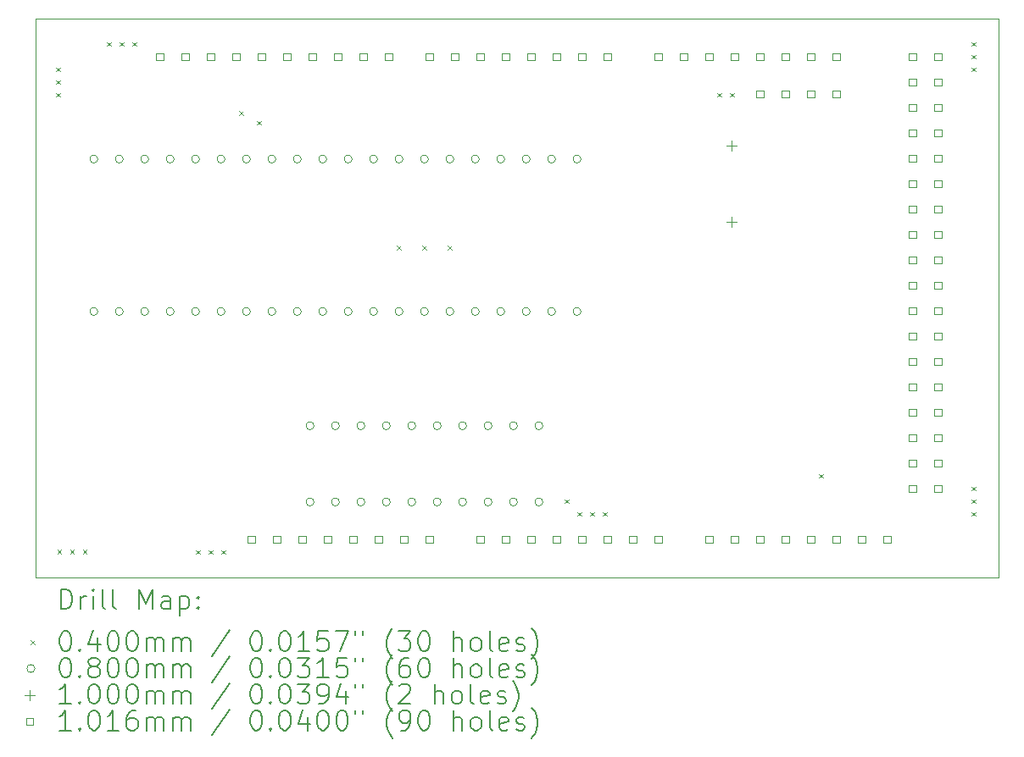
<source format=gbr>
%TF.GenerationSoftware,KiCad,Pcbnew,(6.0.7)*%
%TF.CreationDate,2024-05-09T09:54:02-04:00*%
%TF.ProjectId,ard8088,61726438-3038-4382-9e6b-696361645f70,1.1*%
%TF.SameCoordinates,Original*%
%TF.FileFunction,Drillmap*%
%TF.FilePolarity,Positive*%
%FSLAX45Y45*%
G04 Gerber Fmt 4.5, Leading zero omitted, Abs format (unit mm)*
G04 Created by KiCad (PCBNEW (6.0.7)) date 2024-05-09 09:54:02*
%MOMM*%
%LPD*%
G01*
G04 APERTURE LIST*
%ADD10C,0.100000*%
%ADD11C,0.200000*%
%ADD12C,0.040000*%
%ADD13C,0.080000*%
%ADD14C,0.101600*%
G04 APERTURE END LIST*
D10*
X19177000Y-11811000D02*
X9553546Y-11811000D01*
X9553546Y-6223000D01*
X19177000Y-6223000D01*
X19177000Y-11811000D01*
D11*
D12*
X9759000Y-6711000D02*
X9799000Y-6751000D01*
X9799000Y-6711000D02*
X9759000Y-6751000D01*
X9759000Y-6838000D02*
X9799000Y-6878000D01*
X9799000Y-6838000D02*
X9759000Y-6878000D01*
X9759000Y-6965000D02*
X9799000Y-7005000D01*
X9799000Y-6965000D02*
X9759000Y-7005000D01*
X9772780Y-11533032D02*
X9812780Y-11573032D01*
X9812780Y-11533032D02*
X9772780Y-11573032D01*
X9899780Y-11533032D02*
X9939780Y-11573032D01*
X9939780Y-11533032D02*
X9899780Y-11573032D01*
X10026780Y-11533032D02*
X10066780Y-11573032D01*
X10066780Y-11533032D02*
X10026780Y-11573032D01*
X10267000Y-6457000D02*
X10307000Y-6497000D01*
X10307000Y-6457000D02*
X10267000Y-6497000D01*
X10394000Y-6457000D02*
X10434000Y-6497000D01*
X10434000Y-6457000D02*
X10394000Y-6497000D01*
X10521000Y-6457000D02*
X10561000Y-6497000D01*
X10561000Y-6457000D02*
X10521000Y-6497000D01*
X11156000Y-11537000D02*
X11196000Y-11577000D01*
X11196000Y-11537000D02*
X11156000Y-11577000D01*
X11283000Y-11537000D02*
X11323000Y-11577000D01*
X11323000Y-11537000D02*
X11283000Y-11577000D01*
X11410000Y-11537000D02*
X11450000Y-11577000D01*
X11450000Y-11537000D02*
X11410000Y-11577000D01*
X11591257Y-7143085D02*
X11631257Y-7183085D01*
X11631257Y-7143085D02*
X11591257Y-7183085D01*
X11767400Y-7242600D02*
X11807400Y-7282600D01*
X11807400Y-7242600D02*
X11767400Y-7282600D01*
X13164400Y-8495000D02*
X13204400Y-8535000D01*
X13204400Y-8495000D02*
X13164400Y-8535000D01*
X13418400Y-8495000D02*
X13458400Y-8535000D01*
X13458400Y-8495000D02*
X13418400Y-8535000D01*
X13672400Y-8495000D02*
X13712400Y-8535000D01*
X13712400Y-8495000D02*
X13672400Y-8535000D01*
X14839000Y-11029000D02*
X14879000Y-11069000D01*
X14879000Y-11029000D02*
X14839000Y-11069000D01*
X14966000Y-11156000D02*
X15006000Y-11196000D01*
X15006000Y-11156000D02*
X14966000Y-11196000D01*
X15093000Y-11156000D02*
X15133000Y-11196000D01*
X15133000Y-11156000D02*
X15093000Y-11196000D01*
X15220000Y-11156000D02*
X15260000Y-11196000D01*
X15260000Y-11156000D02*
X15220000Y-11196000D01*
X16363000Y-6965000D02*
X16403000Y-7005000D01*
X16403000Y-6965000D02*
X16363000Y-7005000D01*
X16490000Y-6965000D02*
X16530000Y-7005000D01*
X16530000Y-6965000D02*
X16490000Y-7005000D01*
X17379000Y-10775000D02*
X17419000Y-10815000D01*
X17419000Y-10775000D02*
X17379000Y-10815000D01*
X18903000Y-6457000D02*
X18943000Y-6497000D01*
X18943000Y-6457000D02*
X18903000Y-6497000D01*
X18903000Y-6584000D02*
X18943000Y-6624000D01*
X18943000Y-6584000D02*
X18903000Y-6624000D01*
X18903000Y-6711000D02*
X18943000Y-6751000D01*
X18943000Y-6711000D02*
X18903000Y-6751000D01*
X18903000Y-10902000D02*
X18943000Y-10942000D01*
X18943000Y-10902000D02*
X18903000Y-10942000D01*
X18903000Y-11029000D02*
X18943000Y-11069000D01*
X18943000Y-11029000D02*
X18903000Y-11069000D01*
X18903000Y-11156000D02*
X18943000Y-11196000D01*
X18943000Y-11156000D02*
X18903000Y-11196000D01*
D13*
X10176900Y-7626500D02*
G75*
G03*
X10176900Y-7626500I-40000J0D01*
G01*
X10176900Y-9150500D02*
G75*
G03*
X10176900Y-9150500I-40000J0D01*
G01*
X10430900Y-7626500D02*
G75*
G03*
X10430900Y-7626500I-40000J0D01*
G01*
X10430900Y-9150500D02*
G75*
G03*
X10430900Y-9150500I-40000J0D01*
G01*
X10684900Y-7626500D02*
G75*
G03*
X10684900Y-7626500I-40000J0D01*
G01*
X10684900Y-9150500D02*
G75*
G03*
X10684900Y-9150500I-40000J0D01*
G01*
X10938900Y-7626500D02*
G75*
G03*
X10938900Y-7626500I-40000J0D01*
G01*
X10938900Y-9150500D02*
G75*
G03*
X10938900Y-9150500I-40000J0D01*
G01*
X11192900Y-7626500D02*
G75*
G03*
X11192900Y-7626500I-40000J0D01*
G01*
X11192900Y-9150500D02*
G75*
G03*
X11192900Y-9150500I-40000J0D01*
G01*
X11446900Y-7626500D02*
G75*
G03*
X11446900Y-7626500I-40000J0D01*
G01*
X11446900Y-9150500D02*
G75*
G03*
X11446900Y-9150500I-40000J0D01*
G01*
X11700900Y-7626500D02*
G75*
G03*
X11700900Y-7626500I-40000J0D01*
G01*
X11700900Y-9150500D02*
G75*
G03*
X11700900Y-9150500I-40000J0D01*
G01*
X11954900Y-7626500D02*
G75*
G03*
X11954900Y-7626500I-40000J0D01*
G01*
X11954900Y-9150500D02*
G75*
G03*
X11954900Y-9150500I-40000J0D01*
G01*
X12208900Y-7626500D02*
G75*
G03*
X12208900Y-7626500I-40000J0D01*
G01*
X12208900Y-9150500D02*
G75*
G03*
X12208900Y-9150500I-40000J0D01*
G01*
X12335900Y-10292000D02*
G75*
G03*
X12335900Y-10292000I-40000J0D01*
G01*
X12335900Y-11054000D02*
G75*
G03*
X12335900Y-11054000I-40000J0D01*
G01*
X12462900Y-7626500D02*
G75*
G03*
X12462900Y-7626500I-40000J0D01*
G01*
X12462900Y-9150500D02*
G75*
G03*
X12462900Y-9150500I-40000J0D01*
G01*
X12589900Y-10292000D02*
G75*
G03*
X12589900Y-10292000I-40000J0D01*
G01*
X12589900Y-11054000D02*
G75*
G03*
X12589900Y-11054000I-40000J0D01*
G01*
X12716900Y-7626500D02*
G75*
G03*
X12716900Y-7626500I-40000J0D01*
G01*
X12716900Y-9150500D02*
G75*
G03*
X12716900Y-9150500I-40000J0D01*
G01*
X12843900Y-10292000D02*
G75*
G03*
X12843900Y-10292000I-40000J0D01*
G01*
X12843900Y-11054000D02*
G75*
G03*
X12843900Y-11054000I-40000J0D01*
G01*
X12970900Y-7626500D02*
G75*
G03*
X12970900Y-7626500I-40000J0D01*
G01*
X12970900Y-9150500D02*
G75*
G03*
X12970900Y-9150500I-40000J0D01*
G01*
X13097900Y-10292000D02*
G75*
G03*
X13097900Y-10292000I-40000J0D01*
G01*
X13097900Y-11054000D02*
G75*
G03*
X13097900Y-11054000I-40000J0D01*
G01*
X13224900Y-7626500D02*
G75*
G03*
X13224900Y-7626500I-40000J0D01*
G01*
X13224900Y-9150500D02*
G75*
G03*
X13224900Y-9150500I-40000J0D01*
G01*
X13351900Y-10292000D02*
G75*
G03*
X13351900Y-10292000I-40000J0D01*
G01*
X13351900Y-11054000D02*
G75*
G03*
X13351900Y-11054000I-40000J0D01*
G01*
X13478900Y-7626500D02*
G75*
G03*
X13478900Y-7626500I-40000J0D01*
G01*
X13478900Y-9150500D02*
G75*
G03*
X13478900Y-9150500I-40000J0D01*
G01*
X13605900Y-10292000D02*
G75*
G03*
X13605900Y-10292000I-40000J0D01*
G01*
X13605900Y-11054000D02*
G75*
G03*
X13605900Y-11054000I-40000J0D01*
G01*
X13732900Y-7626500D02*
G75*
G03*
X13732900Y-7626500I-40000J0D01*
G01*
X13732900Y-9150500D02*
G75*
G03*
X13732900Y-9150500I-40000J0D01*
G01*
X13859900Y-10292000D02*
G75*
G03*
X13859900Y-10292000I-40000J0D01*
G01*
X13859900Y-11054000D02*
G75*
G03*
X13859900Y-11054000I-40000J0D01*
G01*
X13986900Y-7626500D02*
G75*
G03*
X13986900Y-7626500I-40000J0D01*
G01*
X13986900Y-9150500D02*
G75*
G03*
X13986900Y-9150500I-40000J0D01*
G01*
X14113900Y-10292000D02*
G75*
G03*
X14113900Y-10292000I-40000J0D01*
G01*
X14113900Y-11054000D02*
G75*
G03*
X14113900Y-11054000I-40000J0D01*
G01*
X14240900Y-7626500D02*
G75*
G03*
X14240900Y-7626500I-40000J0D01*
G01*
X14240900Y-9150500D02*
G75*
G03*
X14240900Y-9150500I-40000J0D01*
G01*
X14367900Y-10292000D02*
G75*
G03*
X14367900Y-10292000I-40000J0D01*
G01*
X14367900Y-11054000D02*
G75*
G03*
X14367900Y-11054000I-40000J0D01*
G01*
X14494900Y-7626500D02*
G75*
G03*
X14494900Y-7626500I-40000J0D01*
G01*
X14494900Y-9150500D02*
G75*
G03*
X14494900Y-9150500I-40000J0D01*
G01*
X14621900Y-10292000D02*
G75*
G03*
X14621900Y-10292000I-40000J0D01*
G01*
X14621900Y-11054000D02*
G75*
G03*
X14621900Y-11054000I-40000J0D01*
G01*
X14748900Y-7626500D02*
G75*
G03*
X14748900Y-7626500I-40000J0D01*
G01*
X14748900Y-9150500D02*
G75*
G03*
X14748900Y-9150500I-40000J0D01*
G01*
X15002900Y-7626500D02*
G75*
G03*
X15002900Y-7626500I-40000J0D01*
G01*
X15002900Y-9150500D02*
G75*
G03*
X15002900Y-9150500I-40000J0D01*
G01*
D10*
X16510000Y-7443000D02*
X16510000Y-7543000D01*
X16460000Y-7493000D02*
X16560000Y-7493000D01*
X16510000Y-8203000D02*
X16510000Y-8303000D01*
X16460000Y-8253000D02*
X16560000Y-8253000D01*
D14*
X10830921Y-6639921D02*
X10830921Y-6568079D01*
X10759079Y-6568079D01*
X10759079Y-6639921D01*
X10830921Y-6639921D01*
X11084921Y-6639921D02*
X11084921Y-6568079D01*
X11013079Y-6568079D01*
X11013079Y-6639921D01*
X11084921Y-6639921D01*
X11338921Y-6639921D02*
X11338921Y-6568079D01*
X11267079Y-6568079D01*
X11267079Y-6639921D01*
X11338921Y-6639921D01*
X11592921Y-6639921D02*
X11592921Y-6568079D01*
X11521079Y-6568079D01*
X11521079Y-6639921D01*
X11592921Y-6639921D01*
X11745321Y-11465921D02*
X11745321Y-11394079D01*
X11673479Y-11394079D01*
X11673479Y-11465921D01*
X11745321Y-11465921D01*
X11846921Y-6639921D02*
X11846921Y-6568079D01*
X11775079Y-6568079D01*
X11775079Y-6639921D01*
X11846921Y-6639921D01*
X11999321Y-11465921D02*
X11999321Y-11394079D01*
X11927479Y-11394079D01*
X11927479Y-11465921D01*
X11999321Y-11465921D01*
X12100921Y-6639921D02*
X12100921Y-6568079D01*
X12029079Y-6568079D01*
X12029079Y-6639921D01*
X12100921Y-6639921D01*
X12253321Y-11465921D02*
X12253321Y-11394079D01*
X12181479Y-11394079D01*
X12181479Y-11465921D01*
X12253321Y-11465921D01*
X12354921Y-6639921D02*
X12354921Y-6568079D01*
X12283079Y-6568079D01*
X12283079Y-6639921D01*
X12354921Y-6639921D01*
X12507321Y-11465921D02*
X12507321Y-11394079D01*
X12435479Y-11394079D01*
X12435479Y-11465921D01*
X12507321Y-11465921D01*
X12608921Y-6639921D02*
X12608921Y-6568079D01*
X12537079Y-6568079D01*
X12537079Y-6639921D01*
X12608921Y-6639921D01*
X12761321Y-11465921D02*
X12761321Y-11394079D01*
X12689479Y-11394079D01*
X12689479Y-11465921D01*
X12761321Y-11465921D01*
X12862921Y-6639921D02*
X12862921Y-6568079D01*
X12791079Y-6568079D01*
X12791079Y-6639921D01*
X12862921Y-6639921D01*
X13015321Y-11465921D02*
X13015321Y-11394079D01*
X12943479Y-11394079D01*
X12943479Y-11465921D01*
X13015321Y-11465921D01*
X13116921Y-6639921D02*
X13116921Y-6568079D01*
X13045079Y-6568079D01*
X13045079Y-6639921D01*
X13116921Y-6639921D01*
X13269321Y-11465921D02*
X13269321Y-11394079D01*
X13197479Y-11394079D01*
X13197479Y-11465921D01*
X13269321Y-11465921D01*
X13523321Y-6639921D02*
X13523321Y-6568079D01*
X13451479Y-6568079D01*
X13451479Y-6639921D01*
X13523321Y-6639921D01*
X13523321Y-11465921D02*
X13523321Y-11394079D01*
X13451479Y-11394079D01*
X13451479Y-11465921D01*
X13523321Y-11465921D01*
X13777321Y-6639921D02*
X13777321Y-6568079D01*
X13705479Y-6568079D01*
X13705479Y-6639921D01*
X13777321Y-6639921D01*
X14031321Y-6639921D02*
X14031321Y-6568079D01*
X13959479Y-6568079D01*
X13959479Y-6639921D01*
X14031321Y-6639921D01*
X14031321Y-11465921D02*
X14031321Y-11394079D01*
X13959479Y-11394079D01*
X13959479Y-11465921D01*
X14031321Y-11465921D01*
X14285321Y-6639921D02*
X14285321Y-6568079D01*
X14213479Y-6568079D01*
X14213479Y-6639921D01*
X14285321Y-6639921D01*
X14285321Y-11465921D02*
X14285321Y-11394079D01*
X14213479Y-11394079D01*
X14213479Y-11465921D01*
X14285321Y-11465921D01*
X14539321Y-6639921D02*
X14539321Y-6568079D01*
X14467479Y-6568079D01*
X14467479Y-6639921D01*
X14539321Y-6639921D01*
X14539321Y-11465921D02*
X14539321Y-11394079D01*
X14467479Y-11394079D01*
X14467479Y-11465921D01*
X14539321Y-11465921D01*
X14793321Y-6639921D02*
X14793321Y-6568079D01*
X14721479Y-6568079D01*
X14721479Y-6639921D01*
X14793321Y-6639921D01*
X14793321Y-11465921D02*
X14793321Y-11394079D01*
X14721479Y-11394079D01*
X14721479Y-11465921D01*
X14793321Y-11465921D01*
X15047321Y-6639921D02*
X15047321Y-6568079D01*
X14975479Y-6568079D01*
X14975479Y-6639921D01*
X15047321Y-6639921D01*
X15047321Y-11465921D02*
X15047321Y-11394079D01*
X14975479Y-11394079D01*
X14975479Y-11465921D01*
X15047321Y-11465921D01*
X15301321Y-6639921D02*
X15301321Y-6568079D01*
X15229479Y-6568079D01*
X15229479Y-6639921D01*
X15301321Y-6639921D01*
X15301321Y-11465921D02*
X15301321Y-11394079D01*
X15229479Y-11394079D01*
X15229479Y-11465921D01*
X15301321Y-11465921D01*
X15555321Y-11465921D02*
X15555321Y-11394079D01*
X15483479Y-11394079D01*
X15483479Y-11465921D01*
X15555321Y-11465921D01*
X15809321Y-6639921D02*
X15809321Y-6568079D01*
X15737479Y-6568079D01*
X15737479Y-6639921D01*
X15809321Y-6639921D01*
X15809321Y-11465921D02*
X15809321Y-11394079D01*
X15737479Y-11394079D01*
X15737479Y-11465921D01*
X15809321Y-11465921D01*
X16063321Y-6639921D02*
X16063321Y-6568079D01*
X15991479Y-6568079D01*
X15991479Y-6639921D01*
X16063321Y-6639921D01*
X16317321Y-6639921D02*
X16317321Y-6568079D01*
X16245479Y-6568079D01*
X16245479Y-6639921D01*
X16317321Y-6639921D01*
X16317321Y-11465921D02*
X16317321Y-11394079D01*
X16245479Y-11394079D01*
X16245479Y-11465921D01*
X16317321Y-11465921D01*
X16571321Y-6639921D02*
X16571321Y-6568079D01*
X16499479Y-6568079D01*
X16499479Y-6639921D01*
X16571321Y-6639921D01*
X16571321Y-11465921D02*
X16571321Y-11394079D01*
X16499479Y-11394079D01*
X16499479Y-11465921D01*
X16571321Y-11465921D01*
X16825321Y-6639921D02*
X16825321Y-6568079D01*
X16753479Y-6568079D01*
X16753479Y-6639921D01*
X16825321Y-6639921D01*
X16825321Y-7012844D02*
X16825321Y-6941001D01*
X16753479Y-6941001D01*
X16753479Y-7012844D01*
X16825321Y-7012844D01*
X16825321Y-11465921D02*
X16825321Y-11394079D01*
X16753479Y-11394079D01*
X16753479Y-11465921D01*
X16825321Y-11465921D01*
X17079321Y-6639921D02*
X17079321Y-6568079D01*
X17007479Y-6568079D01*
X17007479Y-6639921D01*
X17079321Y-6639921D01*
X17079321Y-7012844D02*
X17079321Y-6941001D01*
X17007479Y-6941001D01*
X17007479Y-7012844D01*
X17079321Y-7012844D01*
X17079321Y-11465921D02*
X17079321Y-11394079D01*
X17007479Y-11394079D01*
X17007479Y-11465921D01*
X17079321Y-11465921D01*
X17333321Y-6639921D02*
X17333321Y-6568079D01*
X17261479Y-6568079D01*
X17261479Y-6639921D01*
X17333321Y-6639921D01*
X17333321Y-7012844D02*
X17333321Y-6941001D01*
X17261479Y-6941001D01*
X17261479Y-7012844D01*
X17333321Y-7012844D01*
X17333321Y-11465921D02*
X17333321Y-11394079D01*
X17261479Y-11394079D01*
X17261479Y-11465921D01*
X17333321Y-11465921D01*
X17587321Y-6639921D02*
X17587321Y-6568079D01*
X17515479Y-6568079D01*
X17515479Y-6639921D01*
X17587321Y-6639921D01*
X17587321Y-7012844D02*
X17587321Y-6941001D01*
X17515479Y-6941001D01*
X17515479Y-7012844D01*
X17587321Y-7012844D01*
X17587321Y-11465921D02*
X17587321Y-11394079D01*
X17515479Y-11394079D01*
X17515479Y-11465921D01*
X17587321Y-11465921D01*
X17841321Y-11465921D02*
X17841321Y-11394079D01*
X17769479Y-11394079D01*
X17769479Y-11465921D01*
X17841321Y-11465921D01*
X18095321Y-11465921D02*
X18095321Y-11394079D01*
X18023479Y-11394079D01*
X18023479Y-11465921D01*
X18095321Y-11465921D01*
X18349321Y-6639921D02*
X18349321Y-6568079D01*
X18277479Y-6568079D01*
X18277479Y-6639921D01*
X18349321Y-6639921D01*
X18349321Y-6893921D02*
X18349321Y-6822079D01*
X18277479Y-6822079D01*
X18277479Y-6893921D01*
X18349321Y-6893921D01*
X18349321Y-7147921D02*
X18349321Y-7076079D01*
X18277479Y-7076079D01*
X18277479Y-7147921D01*
X18349321Y-7147921D01*
X18349321Y-7401921D02*
X18349321Y-7330079D01*
X18277479Y-7330079D01*
X18277479Y-7401921D01*
X18349321Y-7401921D01*
X18349321Y-7655921D02*
X18349321Y-7584079D01*
X18277479Y-7584079D01*
X18277479Y-7655921D01*
X18349321Y-7655921D01*
X18349321Y-7909921D02*
X18349321Y-7838079D01*
X18277479Y-7838079D01*
X18277479Y-7909921D01*
X18349321Y-7909921D01*
X18349321Y-8163921D02*
X18349321Y-8092079D01*
X18277479Y-8092079D01*
X18277479Y-8163921D01*
X18349321Y-8163921D01*
X18349321Y-8417921D02*
X18349321Y-8346079D01*
X18277479Y-8346079D01*
X18277479Y-8417921D01*
X18349321Y-8417921D01*
X18349321Y-8671921D02*
X18349321Y-8600079D01*
X18277479Y-8600079D01*
X18277479Y-8671921D01*
X18349321Y-8671921D01*
X18349321Y-8925921D02*
X18349321Y-8854079D01*
X18277479Y-8854079D01*
X18277479Y-8925921D01*
X18349321Y-8925921D01*
X18349321Y-9179921D02*
X18349321Y-9108079D01*
X18277479Y-9108079D01*
X18277479Y-9179921D01*
X18349321Y-9179921D01*
X18349321Y-9433921D02*
X18349321Y-9362079D01*
X18277479Y-9362079D01*
X18277479Y-9433921D01*
X18349321Y-9433921D01*
X18349321Y-9687921D02*
X18349321Y-9616079D01*
X18277479Y-9616079D01*
X18277479Y-9687921D01*
X18349321Y-9687921D01*
X18349321Y-9941921D02*
X18349321Y-9870079D01*
X18277479Y-9870079D01*
X18277479Y-9941921D01*
X18349321Y-9941921D01*
X18349321Y-10195921D02*
X18349321Y-10124079D01*
X18277479Y-10124079D01*
X18277479Y-10195921D01*
X18349321Y-10195921D01*
X18349321Y-10449921D02*
X18349321Y-10378079D01*
X18277479Y-10378079D01*
X18277479Y-10449921D01*
X18349321Y-10449921D01*
X18349321Y-10703921D02*
X18349321Y-10632079D01*
X18277479Y-10632079D01*
X18277479Y-10703921D01*
X18349321Y-10703921D01*
X18349321Y-10957921D02*
X18349321Y-10886079D01*
X18277479Y-10886079D01*
X18277479Y-10957921D01*
X18349321Y-10957921D01*
X18603321Y-6639921D02*
X18603321Y-6568079D01*
X18531479Y-6568079D01*
X18531479Y-6639921D01*
X18603321Y-6639921D01*
X18603321Y-6893921D02*
X18603321Y-6822079D01*
X18531479Y-6822079D01*
X18531479Y-6893921D01*
X18603321Y-6893921D01*
X18603321Y-7147921D02*
X18603321Y-7076079D01*
X18531479Y-7076079D01*
X18531479Y-7147921D01*
X18603321Y-7147921D01*
X18603321Y-7401921D02*
X18603321Y-7330079D01*
X18531479Y-7330079D01*
X18531479Y-7401921D01*
X18603321Y-7401921D01*
X18603321Y-7655921D02*
X18603321Y-7584079D01*
X18531479Y-7584079D01*
X18531479Y-7655921D01*
X18603321Y-7655921D01*
X18603321Y-7909921D02*
X18603321Y-7838079D01*
X18531479Y-7838079D01*
X18531479Y-7909921D01*
X18603321Y-7909921D01*
X18603321Y-8163921D02*
X18603321Y-8092079D01*
X18531479Y-8092079D01*
X18531479Y-8163921D01*
X18603321Y-8163921D01*
X18603321Y-8417921D02*
X18603321Y-8346079D01*
X18531479Y-8346079D01*
X18531479Y-8417921D01*
X18603321Y-8417921D01*
X18603321Y-8671921D02*
X18603321Y-8600079D01*
X18531479Y-8600079D01*
X18531479Y-8671921D01*
X18603321Y-8671921D01*
X18603321Y-8925921D02*
X18603321Y-8854079D01*
X18531479Y-8854079D01*
X18531479Y-8925921D01*
X18603321Y-8925921D01*
X18603321Y-9179921D02*
X18603321Y-9108079D01*
X18531479Y-9108079D01*
X18531479Y-9179921D01*
X18603321Y-9179921D01*
X18603321Y-9433921D02*
X18603321Y-9362079D01*
X18531479Y-9362079D01*
X18531479Y-9433921D01*
X18603321Y-9433921D01*
X18603321Y-9687921D02*
X18603321Y-9616079D01*
X18531479Y-9616079D01*
X18531479Y-9687921D01*
X18603321Y-9687921D01*
X18603321Y-9941921D02*
X18603321Y-9870079D01*
X18531479Y-9870079D01*
X18531479Y-9941921D01*
X18603321Y-9941921D01*
X18603321Y-10195921D02*
X18603321Y-10124079D01*
X18531479Y-10124079D01*
X18531479Y-10195921D01*
X18603321Y-10195921D01*
X18603321Y-10449921D02*
X18603321Y-10378079D01*
X18531479Y-10378079D01*
X18531479Y-10449921D01*
X18603321Y-10449921D01*
X18603321Y-10703921D02*
X18603321Y-10632079D01*
X18531479Y-10632079D01*
X18531479Y-10703921D01*
X18603321Y-10703921D01*
X18603321Y-10957921D02*
X18603321Y-10886079D01*
X18531479Y-10886079D01*
X18531479Y-10957921D01*
X18603321Y-10957921D01*
D11*
X9806165Y-12126476D02*
X9806165Y-11926476D01*
X9853784Y-11926476D01*
X9882355Y-11936000D01*
X9901403Y-11955048D01*
X9910927Y-11974095D01*
X9920450Y-12012190D01*
X9920450Y-12040762D01*
X9910927Y-12078857D01*
X9901403Y-12097905D01*
X9882355Y-12116952D01*
X9853784Y-12126476D01*
X9806165Y-12126476D01*
X10006165Y-12126476D02*
X10006165Y-11993143D01*
X10006165Y-12031238D02*
X10015688Y-12012190D01*
X10025212Y-12002667D01*
X10044260Y-11993143D01*
X10063308Y-11993143D01*
X10129974Y-12126476D02*
X10129974Y-11993143D01*
X10129974Y-11926476D02*
X10120450Y-11936000D01*
X10129974Y-11945524D01*
X10139498Y-11936000D01*
X10129974Y-11926476D01*
X10129974Y-11945524D01*
X10253784Y-12126476D02*
X10234736Y-12116952D01*
X10225212Y-12097905D01*
X10225212Y-11926476D01*
X10358546Y-12126476D02*
X10339498Y-12116952D01*
X10329974Y-12097905D01*
X10329974Y-11926476D01*
X10587117Y-12126476D02*
X10587117Y-11926476D01*
X10653784Y-12069333D01*
X10720450Y-11926476D01*
X10720450Y-12126476D01*
X10901403Y-12126476D02*
X10901403Y-12021714D01*
X10891879Y-12002667D01*
X10872831Y-11993143D01*
X10834736Y-11993143D01*
X10815688Y-12002667D01*
X10901403Y-12116952D02*
X10882355Y-12126476D01*
X10834736Y-12126476D01*
X10815688Y-12116952D01*
X10806165Y-12097905D01*
X10806165Y-12078857D01*
X10815688Y-12059809D01*
X10834736Y-12050286D01*
X10882355Y-12050286D01*
X10901403Y-12040762D01*
X10996641Y-11993143D02*
X10996641Y-12193143D01*
X10996641Y-12002667D02*
X11015688Y-11993143D01*
X11053784Y-11993143D01*
X11072831Y-12002667D01*
X11082355Y-12012190D01*
X11091879Y-12031238D01*
X11091879Y-12088381D01*
X11082355Y-12107428D01*
X11072831Y-12116952D01*
X11053784Y-12126476D01*
X11015688Y-12126476D01*
X10996641Y-12116952D01*
X11177593Y-12107428D02*
X11187117Y-12116952D01*
X11177593Y-12126476D01*
X11168069Y-12116952D01*
X11177593Y-12107428D01*
X11177593Y-12126476D01*
X11177593Y-12002667D02*
X11187117Y-12012190D01*
X11177593Y-12021714D01*
X11168069Y-12012190D01*
X11177593Y-12002667D01*
X11177593Y-12021714D01*
D12*
X9508546Y-12436000D02*
X9548546Y-12476000D01*
X9548546Y-12436000D02*
X9508546Y-12476000D01*
D11*
X9844260Y-12346476D02*
X9863308Y-12346476D01*
X9882355Y-12356000D01*
X9891879Y-12365524D01*
X9901403Y-12384571D01*
X9910927Y-12422667D01*
X9910927Y-12470286D01*
X9901403Y-12508381D01*
X9891879Y-12527428D01*
X9882355Y-12536952D01*
X9863308Y-12546476D01*
X9844260Y-12546476D01*
X9825212Y-12536952D01*
X9815688Y-12527428D01*
X9806165Y-12508381D01*
X9796641Y-12470286D01*
X9796641Y-12422667D01*
X9806165Y-12384571D01*
X9815688Y-12365524D01*
X9825212Y-12356000D01*
X9844260Y-12346476D01*
X9996641Y-12527428D02*
X10006165Y-12536952D01*
X9996641Y-12546476D01*
X9987117Y-12536952D01*
X9996641Y-12527428D01*
X9996641Y-12546476D01*
X10177593Y-12413143D02*
X10177593Y-12546476D01*
X10129974Y-12336952D02*
X10082355Y-12479809D01*
X10206165Y-12479809D01*
X10320450Y-12346476D02*
X10339498Y-12346476D01*
X10358546Y-12356000D01*
X10368069Y-12365524D01*
X10377593Y-12384571D01*
X10387117Y-12422667D01*
X10387117Y-12470286D01*
X10377593Y-12508381D01*
X10368069Y-12527428D01*
X10358546Y-12536952D01*
X10339498Y-12546476D01*
X10320450Y-12546476D01*
X10301403Y-12536952D01*
X10291879Y-12527428D01*
X10282355Y-12508381D01*
X10272831Y-12470286D01*
X10272831Y-12422667D01*
X10282355Y-12384571D01*
X10291879Y-12365524D01*
X10301403Y-12356000D01*
X10320450Y-12346476D01*
X10510927Y-12346476D02*
X10529974Y-12346476D01*
X10549022Y-12356000D01*
X10558546Y-12365524D01*
X10568069Y-12384571D01*
X10577593Y-12422667D01*
X10577593Y-12470286D01*
X10568069Y-12508381D01*
X10558546Y-12527428D01*
X10549022Y-12536952D01*
X10529974Y-12546476D01*
X10510927Y-12546476D01*
X10491879Y-12536952D01*
X10482355Y-12527428D01*
X10472831Y-12508381D01*
X10463308Y-12470286D01*
X10463308Y-12422667D01*
X10472831Y-12384571D01*
X10482355Y-12365524D01*
X10491879Y-12356000D01*
X10510927Y-12346476D01*
X10663308Y-12546476D02*
X10663308Y-12413143D01*
X10663308Y-12432190D02*
X10672831Y-12422667D01*
X10691879Y-12413143D01*
X10720450Y-12413143D01*
X10739498Y-12422667D01*
X10749022Y-12441714D01*
X10749022Y-12546476D01*
X10749022Y-12441714D02*
X10758546Y-12422667D01*
X10777593Y-12413143D01*
X10806165Y-12413143D01*
X10825212Y-12422667D01*
X10834736Y-12441714D01*
X10834736Y-12546476D01*
X10929974Y-12546476D02*
X10929974Y-12413143D01*
X10929974Y-12432190D02*
X10939498Y-12422667D01*
X10958546Y-12413143D01*
X10987117Y-12413143D01*
X11006165Y-12422667D01*
X11015688Y-12441714D01*
X11015688Y-12546476D01*
X11015688Y-12441714D02*
X11025212Y-12422667D01*
X11044260Y-12413143D01*
X11072831Y-12413143D01*
X11091879Y-12422667D01*
X11101403Y-12441714D01*
X11101403Y-12546476D01*
X11491879Y-12336952D02*
X11320450Y-12594095D01*
X11749022Y-12346476D02*
X11768069Y-12346476D01*
X11787117Y-12356000D01*
X11796641Y-12365524D01*
X11806165Y-12384571D01*
X11815688Y-12422667D01*
X11815688Y-12470286D01*
X11806165Y-12508381D01*
X11796641Y-12527428D01*
X11787117Y-12536952D01*
X11768069Y-12546476D01*
X11749022Y-12546476D01*
X11729974Y-12536952D01*
X11720450Y-12527428D01*
X11710926Y-12508381D01*
X11701403Y-12470286D01*
X11701403Y-12422667D01*
X11710926Y-12384571D01*
X11720450Y-12365524D01*
X11729974Y-12356000D01*
X11749022Y-12346476D01*
X11901403Y-12527428D02*
X11910926Y-12536952D01*
X11901403Y-12546476D01*
X11891879Y-12536952D01*
X11901403Y-12527428D01*
X11901403Y-12546476D01*
X12034736Y-12346476D02*
X12053784Y-12346476D01*
X12072831Y-12356000D01*
X12082355Y-12365524D01*
X12091879Y-12384571D01*
X12101403Y-12422667D01*
X12101403Y-12470286D01*
X12091879Y-12508381D01*
X12082355Y-12527428D01*
X12072831Y-12536952D01*
X12053784Y-12546476D01*
X12034736Y-12546476D01*
X12015688Y-12536952D01*
X12006165Y-12527428D01*
X11996641Y-12508381D01*
X11987117Y-12470286D01*
X11987117Y-12422667D01*
X11996641Y-12384571D01*
X12006165Y-12365524D01*
X12015688Y-12356000D01*
X12034736Y-12346476D01*
X12291879Y-12546476D02*
X12177593Y-12546476D01*
X12234736Y-12546476D02*
X12234736Y-12346476D01*
X12215688Y-12375048D01*
X12196641Y-12394095D01*
X12177593Y-12403619D01*
X12472831Y-12346476D02*
X12377593Y-12346476D01*
X12368069Y-12441714D01*
X12377593Y-12432190D01*
X12396641Y-12422667D01*
X12444260Y-12422667D01*
X12463307Y-12432190D01*
X12472831Y-12441714D01*
X12482355Y-12460762D01*
X12482355Y-12508381D01*
X12472831Y-12527428D01*
X12463307Y-12536952D01*
X12444260Y-12546476D01*
X12396641Y-12546476D01*
X12377593Y-12536952D01*
X12368069Y-12527428D01*
X12549022Y-12346476D02*
X12682355Y-12346476D01*
X12596641Y-12546476D01*
X12749022Y-12346476D02*
X12749022Y-12384571D01*
X12825212Y-12346476D02*
X12825212Y-12384571D01*
X13120450Y-12622667D02*
X13110926Y-12613143D01*
X13091879Y-12584571D01*
X13082355Y-12565524D01*
X13072831Y-12536952D01*
X13063307Y-12489333D01*
X13063307Y-12451238D01*
X13072831Y-12403619D01*
X13082355Y-12375048D01*
X13091879Y-12356000D01*
X13110926Y-12327428D01*
X13120450Y-12317905D01*
X13177593Y-12346476D02*
X13301403Y-12346476D01*
X13234736Y-12422667D01*
X13263307Y-12422667D01*
X13282355Y-12432190D01*
X13291879Y-12441714D01*
X13301403Y-12460762D01*
X13301403Y-12508381D01*
X13291879Y-12527428D01*
X13282355Y-12536952D01*
X13263307Y-12546476D01*
X13206165Y-12546476D01*
X13187117Y-12536952D01*
X13177593Y-12527428D01*
X13425212Y-12346476D02*
X13444260Y-12346476D01*
X13463307Y-12356000D01*
X13472831Y-12365524D01*
X13482355Y-12384571D01*
X13491879Y-12422667D01*
X13491879Y-12470286D01*
X13482355Y-12508381D01*
X13472831Y-12527428D01*
X13463307Y-12536952D01*
X13444260Y-12546476D01*
X13425212Y-12546476D01*
X13406165Y-12536952D01*
X13396641Y-12527428D01*
X13387117Y-12508381D01*
X13377593Y-12470286D01*
X13377593Y-12422667D01*
X13387117Y-12384571D01*
X13396641Y-12365524D01*
X13406165Y-12356000D01*
X13425212Y-12346476D01*
X13729974Y-12546476D02*
X13729974Y-12346476D01*
X13815688Y-12546476D02*
X13815688Y-12441714D01*
X13806165Y-12422667D01*
X13787117Y-12413143D01*
X13758545Y-12413143D01*
X13739498Y-12422667D01*
X13729974Y-12432190D01*
X13939498Y-12546476D02*
X13920450Y-12536952D01*
X13910926Y-12527428D01*
X13901403Y-12508381D01*
X13901403Y-12451238D01*
X13910926Y-12432190D01*
X13920450Y-12422667D01*
X13939498Y-12413143D01*
X13968069Y-12413143D01*
X13987117Y-12422667D01*
X13996641Y-12432190D01*
X14006165Y-12451238D01*
X14006165Y-12508381D01*
X13996641Y-12527428D01*
X13987117Y-12536952D01*
X13968069Y-12546476D01*
X13939498Y-12546476D01*
X14120450Y-12546476D02*
X14101403Y-12536952D01*
X14091879Y-12517905D01*
X14091879Y-12346476D01*
X14272831Y-12536952D02*
X14253784Y-12546476D01*
X14215688Y-12546476D01*
X14196641Y-12536952D01*
X14187117Y-12517905D01*
X14187117Y-12441714D01*
X14196641Y-12422667D01*
X14215688Y-12413143D01*
X14253784Y-12413143D01*
X14272831Y-12422667D01*
X14282355Y-12441714D01*
X14282355Y-12460762D01*
X14187117Y-12479809D01*
X14358545Y-12536952D02*
X14377593Y-12546476D01*
X14415688Y-12546476D01*
X14434736Y-12536952D01*
X14444260Y-12517905D01*
X14444260Y-12508381D01*
X14434736Y-12489333D01*
X14415688Y-12479809D01*
X14387117Y-12479809D01*
X14368069Y-12470286D01*
X14358545Y-12451238D01*
X14358545Y-12441714D01*
X14368069Y-12422667D01*
X14387117Y-12413143D01*
X14415688Y-12413143D01*
X14434736Y-12422667D01*
X14510926Y-12622667D02*
X14520450Y-12613143D01*
X14539498Y-12584571D01*
X14549022Y-12565524D01*
X14558545Y-12536952D01*
X14568069Y-12489333D01*
X14568069Y-12451238D01*
X14558545Y-12403619D01*
X14549022Y-12375048D01*
X14539498Y-12356000D01*
X14520450Y-12327428D01*
X14510926Y-12317905D01*
D13*
X9548546Y-12720000D02*
G75*
G03*
X9548546Y-12720000I-40000J0D01*
G01*
D11*
X9844260Y-12610476D02*
X9863308Y-12610476D01*
X9882355Y-12620000D01*
X9891879Y-12629524D01*
X9901403Y-12648571D01*
X9910927Y-12686667D01*
X9910927Y-12734286D01*
X9901403Y-12772381D01*
X9891879Y-12791428D01*
X9882355Y-12800952D01*
X9863308Y-12810476D01*
X9844260Y-12810476D01*
X9825212Y-12800952D01*
X9815688Y-12791428D01*
X9806165Y-12772381D01*
X9796641Y-12734286D01*
X9796641Y-12686667D01*
X9806165Y-12648571D01*
X9815688Y-12629524D01*
X9825212Y-12620000D01*
X9844260Y-12610476D01*
X9996641Y-12791428D02*
X10006165Y-12800952D01*
X9996641Y-12810476D01*
X9987117Y-12800952D01*
X9996641Y-12791428D01*
X9996641Y-12810476D01*
X10120450Y-12696190D02*
X10101403Y-12686667D01*
X10091879Y-12677143D01*
X10082355Y-12658095D01*
X10082355Y-12648571D01*
X10091879Y-12629524D01*
X10101403Y-12620000D01*
X10120450Y-12610476D01*
X10158546Y-12610476D01*
X10177593Y-12620000D01*
X10187117Y-12629524D01*
X10196641Y-12648571D01*
X10196641Y-12658095D01*
X10187117Y-12677143D01*
X10177593Y-12686667D01*
X10158546Y-12696190D01*
X10120450Y-12696190D01*
X10101403Y-12705714D01*
X10091879Y-12715238D01*
X10082355Y-12734286D01*
X10082355Y-12772381D01*
X10091879Y-12791428D01*
X10101403Y-12800952D01*
X10120450Y-12810476D01*
X10158546Y-12810476D01*
X10177593Y-12800952D01*
X10187117Y-12791428D01*
X10196641Y-12772381D01*
X10196641Y-12734286D01*
X10187117Y-12715238D01*
X10177593Y-12705714D01*
X10158546Y-12696190D01*
X10320450Y-12610476D02*
X10339498Y-12610476D01*
X10358546Y-12620000D01*
X10368069Y-12629524D01*
X10377593Y-12648571D01*
X10387117Y-12686667D01*
X10387117Y-12734286D01*
X10377593Y-12772381D01*
X10368069Y-12791428D01*
X10358546Y-12800952D01*
X10339498Y-12810476D01*
X10320450Y-12810476D01*
X10301403Y-12800952D01*
X10291879Y-12791428D01*
X10282355Y-12772381D01*
X10272831Y-12734286D01*
X10272831Y-12686667D01*
X10282355Y-12648571D01*
X10291879Y-12629524D01*
X10301403Y-12620000D01*
X10320450Y-12610476D01*
X10510927Y-12610476D02*
X10529974Y-12610476D01*
X10549022Y-12620000D01*
X10558546Y-12629524D01*
X10568069Y-12648571D01*
X10577593Y-12686667D01*
X10577593Y-12734286D01*
X10568069Y-12772381D01*
X10558546Y-12791428D01*
X10549022Y-12800952D01*
X10529974Y-12810476D01*
X10510927Y-12810476D01*
X10491879Y-12800952D01*
X10482355Y-12791428D01*
X10472831Y-12772381D01*
X10463308Y-12734286D01*
X10463308Y-12686667D01*
X10472831Y-12648571D01*
X10482355Y-12629524D01*
X10491879Y-12620000D01*
X10510927Y-12610476D01*
X10663308Y-12810476D02*
X10663308Y-12677143D01*
X10663308Y-12696190D02*
X10672831Y-12686667D01*
X10691879Y-12677143D01*
X10720450Y-12677143D01*
X10739498Y-12686667D01*
X10749022Y-12705714D01*
X10749022Y-12810476D01*
X10749022Y-12705714D02*
X10758546Y-12686667D01*
X10777593Y-12677143D01*
X10806165Y-12677143D01*
X10825212Y-12686667D01*
X10834736Y-12705714D01*
X10834736Y-12810476D01*
X10929974Y-12810476D02*
X10929974Y-12677143D01*
X10929974Y-12696190D02*
X10939498Y-12686667D01*
X10958546Y-12677143D01*
X10987117Y-12677143D01*
X11006165Y-12686667D01*
X11015688Y-12705714D01*
X11015688Y-12810476D01*
X11015688Y-12705714D02*
X11025212Y-12686667D01*
X11044260Y-12677143D01*
X11072831Y-12677143D01*
X11091879Y-12686667D01*
X11101403Y-12705714D01*
X11101403Y-12810476D01*
X11491879Y-12600952D02*
X11320450Y-12858095D01*
X11749022Y-12610476D02*
X11768069Y-12610476D01*
X11787117Y-12620000D01*
X11796641Y-12629524D01*
X11806165Y-12648571D01*
X11815688Y-12686667D01*
X11815688Y-12734286D01*
X11806165Y-12772381D01*
X11796641Y-12791428D01*
X11787117Y-12800952D01*
X11768069Y-12810476D01*
X11749022Y-12810476D01*
X11729974Y-12800952D01*
X11720450Y-12791428D01*
X11710926Y-12772381D01*
X11701403Y-12734286D01*
X11701403Y-12686667D01*
X11710926Y-12648571D01*
X11720450Y-12629524D01*
X11729974Y-12620000D01*
X11749022Y-12610476D01*
X11901403Y-12791428D02*
X11910926Y-12800952D01*
X11901403Y-12810476D01*
X11891879Y-12800952D01*
X11901403Y-12791428D01*
X11901403Y-12810476D01*
X12034736Y-12610476D02*
X12053784Y-12610476D01*
X12072831Y-12620000D01*
X12082355Y-12629524D01*
X12091879Y-12648571D01*
X12101403Y-12686667D01*
X12101403Y-12734286D01*
X12091879Y-12772381D01*
X12082355Y-12791428D01*
X12072831Y-12800952D01*
X12053784Y-12810476D01*
X12034736Y-12810476D01*
X12015688Y-12800952D01*
X12006165Y-12791428D01*
X11996641Y-12772381D01*
X11987117Y-12734286D01*
X11987117Y-12686667D01*
X11996641Y-12648571D01*
X12006165Y-12629524D01*
X12015688Y-12620000D01*
X12034736Y-12610476D01*
X12168069Y-12610476D02*
X12291879Y-12610476D01*
X12225212Y-12686667D01*
X12253784Y-12686667D01*
X12272831Y-12696190D01*
X12282355Y-12705714D01*
X12291879Y-12724762D01*
X12291879Y-12772381D01*
X12282355Y-12791428D01*
X12272831Y-12800952D01*
X12253784Y-12810476D01*
X12196641Y-12810476D01*
X12177593Y-12800952D01*
X12168069Y-12791428D01*
X12482355Y-12810476D02*
X12368069Y-12810476D01*
X12425212Y-12810476D02*
X12425212Y-12610476D01*
X12406165Y-12639048D01*
X12387117Y-12658095D01*
X12368069Y-12667619D01*
X12663307Y-12610476D02*
X12568069Y-12610476D01*
X12558545Y-12705714D01*
X12568069Y-12696190D01*
X12587117Y-12686667D01*
X12634736Y-12686667D01*
X12653784Y-12696190D01*
X12663307Y-12705714D01*
X12672831Y-12724762D01*
X12672831Y-12772381D01*
X12663307Y-12791428D01*
X12653784Y-12800952D01*
X12634736Y-12810476D01*
X12587117Y-12810476D01*
X12568069Y-12800952D01*
X12558545Y-12791428D01*
X12749022Y-12610476D02*
X12749022Y-12648571D01*
X12825212Y-12610476D02*
X12825212Y-12648571D01*
X13120450Y-12886667D02*
X13110926Y-12877143D01*
X13091879Y-12848571D01*
X13082355Y-12829524D01*
X13072831Y-12800952D01*
X13063307Y-12753333D01*
X13063307Y-12715238D01*
X13072831Y-12667619D01*
X13082355Y-12639048D01*
X13091879Y-12620000D01*
X13110926Y-12591428D01*
X13120450Y-12581905D01*
X13282355Y-12610476D02*
X13244260Y-12610476D01*
X13225212Y-12620000D01*
X13215688Y-12629524D01*
X13196641Y-12658095D01*
X13187117Y-12696190D01*
X13187117Y-12772381D01*
X13196641Y-12791428D01*
X13206165Y-12800952D01*
X13225212Y-12810476D01*
X13263307Y-12810476D01*
X13282355Y-12800952D01*
X13291879Y-12791428D01*
X13301403Y-12772381D01*
X13301403Y-12724762D01*
X13291879Y-12705714D01*
X13282355Y-12696190D01*
X13263307Y-12686667D01*
X13225212Y-12686667D01*
X13206165Y-12696190D01*
X13196641Y-12705714D01*
X13187117Y-12724762D01*
X13425212Y-12610476D02*
X13444260Y-12610476D01*
X13463307Y-12620000D01*
X13472831Y-12629524D01*
X13482355Y-12648571D01*
X13491879Y-12686667D01*
X13491879Y-12734286D01*
X13482355Y-12772381D01*
X13472831Y-12791428D01*
X13463307Y-12800952D01*
X13444260Y-12810476D01*
X13425212Y-12810476D01*
X13406165Y-12800952D01*
X13396641Y-12791428D01*
X13387117Y-12772381D01*
X13377593Y-12734286D01*
X13377593Y-12686667D01*
X13387117Y-12648571D01*
X13396641Y-12629524D01*
X13406165Y-12620000D01*
X13425212Y-12610476D01*
X13729974Y-12810476D02*
X13729974Y-12610476D01*
X13815688Y-12810476D02*
X13815688Y-12705714D01*
X13806165Y-12686667D01*
X13787117Y-12677143D01*
X13758545Y-12677143D01*
X13739498Y-12686667D01*
X13729974Y-12696190D01*
X13939498Y-12810476D02*
X13920450Y-12800952D01*
X13910926Y-12791428D01*
X13901403Y-12772381D01*
X13901403Y-12715238D01*
X13910926Y-12696190D01*
X13920450Y-12686667D01*
X13939498Y-12677143D01*
X13968069Y-12677143D01*
X13987117Y-12686667D01*
X13996641Y-12696190D01*
X14006165Y-12715238D01*
X14006165Y-12772381D01*
X13996641Y-12791428D01*
X13987117Y-12800952D01*
X13968069Y-12810476D01*
X13939498Y-12810476D01*
X14120450Y-12810476D02*
X14101403Y-12800952D01*
X14091879Y-12781905D01*
X14091879Y-12610476D01*
X14272831Y-12800952D02*
X14253784Y-12810476D01*
X14215688Y-12810476D01*
X14196641Y-12800952D01*
X14187117Y-12781905D01*
X14187117Y-12705714D01*
X14196641Y-12686667D01*
X14215688Y-12677143D01*
X14253784Y-12677143D01*
X14272831Y-12686667D01*
X14282355Y-12705714D01*
X14282355Y-12724762D01*
X14187117Y-12743809D01*
X14358545Y-12800952D02*
X14377593Y-12810476D01*
X14415688Y-12810476D01*
X14434736Y-12800952D01*
X14444260Y-12781905D01*
X14444260Y-12772381D01*
X14434736Y-12753333D01*
X14415688Y-12743809D01*
X14387117Y-12743809D01*
X14368069Y-12734286D01*
X14358545Y-12715238D01*
X14358545Y-12705714D01*
X14368069Y-12686667D01*
X14387117Y-12677143D01*
X14415688Y-12677143D01*
X14434736Y-12686667D01*
X14510926Y-12886667D02*
X14520450Y-12877143D01*
X14539498Y-12848571D01*
X14549022Y-12829524D01*
X14558545Y-12800952D01*
X14568069Y-12753333D01*
X14568069Y-12715238D01*
X14558545Y-12667619D01*
X14549022Y-12639048D01*
X14539498Y-12620000D01*
X14520450Y-12591428D01*
X14510926Y-12581905D01*
D10*
X9498546Y-12934000D02*
X9498546Y-13034000D01*
X9448546Y-12984000D02*
X9548546Y-12984000D01*
D11*
X9910927Y-13074476D02*
X9796641Y-13074476D01*
X9853784Y-13074476D02*
X9853784Y-12874476D01*
X9834736Y-12903048D01*
X9815688Y-12922095D01*
X9796641Y-12931619D01*
X9996641Y-13055428D02*
X10006165Y-13064952D01*
X9996641Y-13074476D01*
X9987117Y-13064952D01*
X9996641Y-13055428D01*
X9996641Y-13074476D01*
X10129974Y-12874476D02*
X10149022Y-12874476D01*
X10168069Y-12884000D01*
X10177593Y-12893524D01*
X10187117Y-12912571D01*
X10196641Y-12950667D01*
X10196641Y-12998286D01*
X10187117Y-13036381D01*
X10177593Y-13055428D01*
X10168069Y-13064952D01*
X10149022Y-13074476D01*
X10129974Y-13074476D01*
X10110927Y-13064952D01*
X10101403Y-13055428D01*
X10091879Y-13036381D01*
X10082355Y-12998286D01*
X10082355Y-12950667D01*
X10091879Y-12912571D01*
X10101403Y-12893524D01*
X10110927Y-12884000D01*
X10129974Y-12874476D01*
X10320450Y-12874476D02*
X10339498Y-12874476D01*
X10358546Y-12884000D01*
X10368069Y-12893524D01*
X10377593Y-12912571D01*
X10387117Y-12950667D01*
X10387117Y-12998286D01*
X10377593Y-13036381D01*
X10368069Y-13055428D01*
X10358546Y-13064952D01*
X10339498Y-13074476D01*
X10320450Y-13074476D01*
X10301403Y-13064952D01*
X10291879Y-13055428D01*
X10282355Y-13036381D01*
X10272831Y-12998286D01*
X10272831Y-12950667D01*
X10282355Y-12912571D01*
X10291879Y-12893524D01*
X10301403Y-12884000D01*
X10320450Y-12874476D01*
X10510927Y-12874476D02*
X10529974Y-12874476D01*
X10549022Y-12884000D01*
X10558546Y-12893524D01*
X10568069Y-12912571D01*
X10577593Y-12950667D01*
X10577593Y-12998286D01*
X10568069Y-13036381D01*
X10558546Y-13055428D01*
X10549022Y-13064952D01*
X10529974Y-13074476D01*
X10510927Y-13074476D01*
X10491879Y-13064952D01*
X10482355Y-13055428D01*
X10472831Y-13036381D01*
X10463308Y-12998286D01*
X10463308Y-12950667D01*
X10472831Y-12912571D01*
X10482355Y-12893524D01*
X10491879Y-12884000D01*
X10510927Y-12874476D01*
X10663308Y-13074476D02*
X10663308Y-12941143D01*
X10663308Y-12960190D02*
X10672831Y-12950667D01*
X10691879Y-12941143D01*
X10720450Y-12941143D01*
X10739498Y-12950667D01*
X10749022Y-12969714D01*
X10749022Y-13074476D01*
X10749022Y-12969714D02*
X10758546Y-12950667D01*
X10777593Y-12941143D01*
X10806165Y-12941143D01*
X10825212Y-12950667D01*
X10834736Y-12969714D01*
X10834736Y-13074476D01*
X10929974Y-13074476D02*
X10929974Y-12941143D01*
X10929974Y-12960190D02*
X10939498Y-12950667D01*
X10958546Y-12941143D01*
X10987117Y-12941143D01*
X11006165Y-12950667D01*
X11015688Y-12969714D01*
X11015688Y-13074476D01*
X11015688Y-12969714D02*
X11025212Y-12950667D01*
X11044260Y-12941143D01*
X11072831Y-12941143D01*
X11091879Y-12950667D01*
X11101403Y-12969714D01*
X11101403Y-13074476D01*
X11491879Y-12864952D02*
X11320450Y-13122095D01*
X11749022Y-12874476D02*
X11768069Y-12874476D01*
X11787117Y-12884000D01*
X11796641Y-12893524D01*
X11806165Y-12912571D01*
X11815688Y-12950667D01*
X11815688Y-12998286D01*
X11806165Y-13036381D01*
X11796641Y-13055428D01*
X11787117Y-13064952D01*
X11768069Y-13074476D01*
X11749022Y-13074476D01*
X11729974Y-13064952D01*
X11720450Y-13055428D01*
X11710926Y-13036381D01*
X11701403Y-12998286D01*
X11701403Y-12950667D01*
X11710926Y-12912571D01*
X11720450Y-12893524D01*
X11729974Y-12884000D01*
X11749022Y-12874476D01*
X11901403Y-13055428D02*
X11910926Y-13064952D01*
X11901403Y-13074476D01*
X11891879Y-13064952D01*
X11901403Y-13055428D01*
X11901403Y-13074476D01*
X12034736Y-12874476D02*
X12053784Y-12874476D01*
X12072831Y-12884000D01*
X12082355Y-12893524D01*
X12091879Y-12912571D01*
X12101403Y-12950667D01*
X12101403Y-12998286D01*
X12091879Y-13036381D01*
X12082355Y-13055428D01*
X12072831Y-13064952D01*
X12053784Y-13074476D01*
X12034736Y-13074476D01*
X12015688Y-13064952D01*
X12006165Y-13055428D01*
X11996641Y-13036381D01*
X11987117Y-12998286D01*
X11987117Y-12950667D01*
X11996641Y-12912571D01*
X12006165Y-12893524D01*
X12015688Y-12884000D01*
X12034736Y-12874476D01*
X12168069Y-12874476D02*
X12291879Y-12874476D01*
X12225212Y-12950667D01*
X12253784Y-12950667D01*
X12272831Y-12960190D01*
X12282355Y-12969714D01*
X12291879Y-12988762D01*
X12291879Y-13036381D01*
X12282355Y-13055428D01*
X12272831Y-13064952D01*
X12253784Y-13074476D01*
X12196641Y-13074476D01*
X12177593Y-13064952D01*
X12168069Y-13055428D01*
X12387117Y-13074476D02*
X12425212Y-13074476D01*
X12444260Y-13064952D01*
X12453784Y-13055428D01*
X12472831Y-13026857D01*
X12482355Y-12988762D01*
X12482355Y-12912571D01*
X12472831Y-12893524D01*
X12463307Y-12884000D01*
X12444260Y-12874476D01*
X12406165Y-12874476D01*
X12387117Y-12884000D01*
X12377593Y-12893524D01*
X12368069Y-12912571D01*
X12368069Y-12960190D01*
X12377593Y-12979238D01*
X12387117Y-12988762D01*
X12406165Y-12998286D01*
X12444260Y-12998286D01*
X12463307Y-12988762D01*
X12472831Y-12979238D01*
X12482355Y-12960190D01*
X12653784Y-12941143D02*
X12653784Y-13074476D01*
X12606165Y-12864952D02*
X12558545Y-13007809D01*
X12682355Y-13007809D01*
X12749022Y-12874476D02*
X12749022Y-12912571D01*
X12825212Y-12874476D02*
X12825212Y-12912571D01*
X13120450Y-13150667D02*
X13110926Y-13141143D01*
X13091879Y-13112571D01*
X13082355Y-13093524D01*
X13072831Y-13064952D01*
X13063307Y-13017333D01*
X13063307Y-12979238D01*
X13072831Y-12931619D01*
X13082355Y-12903048D01*
X13091879Y-12884000D01*
X13110926Y-12855428D01*
X13120450Y-12845905D01*
X13187117Y-12893524D02*
X13196641Y-12884000D01*
X13215688Y-12874476D01*
X13263307Y-12874476D01*
X13282355Y-12884000D01*
X13291879Y-12893524D01*
X13301403Y-12912571D01*
X13301403Y-12931619D01*
X13291879Y-12960190D01*
X13177593Y-13074476D01*
X13301403Y-13074476D01*
X13539498Y-13074476D02*
X13539498Y-12874476D01*
X13625212Y-13074476D02*
X13625212Y-12969714D01*
X13615688Y-12950667D01*
X13596641Y-12941143D01*
X13568069Y-12941143D01*
X13549022Y-12950667D01*
X13539498Y-12960190D01*
X13749022Y-13074476D02*
X13729974Y-13064952D01*
X13720450Y-13055428D01*
X13710926Y-13036381D01*
X13710926Y-12979238D01*
X13720450Y-12960190D01*
X13729974Y-12950667D01*
X13749022Y-12941143D01*
X13777593Y-12941143D01*
X13796641Y-12950667D01*
X13806165Y-12960190D01*
X13815688Y-12979238D01*
X13815688Y-13036381D01*
X13806165Y-13055428D01*
X13796641Y-13064952D01*
X13777593Y-13074476D01*
X13749022Y-13074476D01*
X13929974Y-13074476D02*
X13910926Y-13064952D01*
X13901403Y-13045905D01*
X13901403Y-12874476D01*
X14082355Y-13064952D02*
X14063307Y-13074476D01*
X14025212Y-13074476D01*
X14006165Y-13064952D01*
X13996641Y-13045905D01*
X13996641Y-12969714D01*
X14006165Y-12950667D01*
X14025212Y-12941143D01*
X14063307Y-12941143D01*
X14082355Y-12950667D01*
X14091879Y-12969714D01*
X14091879Y-12988762D01*
X13996641Y-13007809D01*
X14168069Y-13064952D02*
X14187117Y-13074476D01*
X14225212Y-13074476D01*
X14244260Y-13064952D01*
X14253784Y-13045905D01*
X14253784Y-13036381D01*
X14244260Y-13017333D01*
X14225212Y-13007809D01*
X14196641Y-13007809D01*
X14177593Y-12998286D01*
X14168069Y-12979238D01*
X14168069Y-12969714D01*
X14177593Y-12950667D01*
X14196641Y-12941143D01*
X14225212Y-12941143D01*
X14244260Y-12950667D01*
X14320450Y-13150667D02*
X14329974Y-13141143D01*
X14349022Y-13112571D01*
X14358545Y-13093524D01*
X14368069Y-13064952D01*
X14377593Y-13017333D01*
X14377593Y-12979238D01*
X14368069Y-12931619D01*
X14358545Y-12903048D01*
X14349022Y-12884000D01*
X14329974Y-12855428D01*
X14320450Y-12845905D01*
D14*
X9533667Y-13283921D02*
X9533667Y-13212079D01*
X9461824Y-13212079D01*
X9461824Y-13283921D01*
X9533667Y-13283921D01*
D11*
X9910927Y-13338476D02*
X9796641Y-13338476D01*
X9853784Y-13338476D02*
X9853784Y-13138476D01*
X9834736Y-13167048D01*
X9815688Y-13186095D01*
X9796641Y-13195619D01*
X9996641Y-13319428D02*
X10006165Y-13328952D01*
X9996641Y-13338476D01*
X9987117Y-13328952D01*
X9996641Y-13319428D01*
X9996641Y-13338476D01*
X10129974Y-13138476D02*
X10149022Y-13138476D01*
X10168069Y-13148000D01*
X10177593Y-13157524D01*
X10187117Y-13176571D01*
X10196641Y-13214667D01*
X10196641Y-13262286D01*
X10187117Y-13300381D01*
X10177593Y-13319428D01*
X10168069Y-13328952D01*
X10149022Y-13338476D01*
X10129974Y-13338476D01*
X10110927Y-13328952D01*
X10101403Y-13319428D01*
X10091879Y-13300381D01*
X10082355Y-13262286D01*
X10082355Y-13214667D01*
X10091879Y-13176571D01*
X10101403Y-13157524D01*
X10110927Y-13148000D01*
X10129974Y-13138476D01*
X10387117Y-13338476D02*
X10272831Y-13338476D01*
X10329974Y-13338476D02*
X10329974Y-13138476D01*
X10310927Y-13167048D01*
X10291879Y-13186095D01*
X10272831Y-13195619D01*
X10558546Y-13138476D02*
X10520450Y-13138476D01*
X10501403Y-13148000D01*
X10491879Y-13157524D01*
X10472831Y-13186095D01*
X10463308Y-13224190D01*
X10463308Y-13300381D01*
X10472831Y-13319428D01*
X10482355Y-13328952D01*
X10501403Y-13338476D01*
X10539498Y-13338476D01*
X10558546Y-13328952D01*
X10568069Y-13319428D01*
X10577593Y-13300381D01*
X10577593Y-13252762D01*
X10568069Y-13233714D01*
X10558546Y-13224190D01*
X10539498Y-13214667D01*
X10501403Y-13214667D01*
X10482355Y-13224190D01*
X10472831Y-13233714D01*
X10463308Y-13252762D01*
X10663308Y-13338476D02*
X10663308Y-13205143D01*
X10663308Y-13224190D02*
X10672831Y-13214667D01*
X10691879Y-13205143D01*
X10720450Y-13205143D01*
X10739498Y-13214667D01*
X10749022Y-13233714D01*
X10749022Y-13338476D01*
X10749022Y-13233714D02*
X10758546Y-13214667D01*
X10777593Y-13205143D01*
X10806165Y-13205143D01*
X10825212Y-13214667D01*
X10834736Y-13233714D01*
X10834736Y-13338476D01*
X10929974Y-13338476D02*
X10929974Y-13205143D01*
X10929974Y-13224190D02*
X10939498Y-13214667D01*
X10958546Y-13205143D01*
X10987117Y-13205143D01*
X11006165Y-13214667D01*
X11015688Y-13233714D01*
X11015688Y-13338476D01*
X11015688Y-13233714D02*
X11025212Y-13214667D01*
X11044260Y-13205143D01*
X11072831Y-13205143D01*
X11091879Y-13214667D01*
X11101403Y-13233714D01*
X11101403Y-13338476D01*
X11491879Y-13128952D02*
X11320450Y-13386095D01*
X11749022Y-13138476D02*
X11768069Y-13138476D01*
X11787117Y-13148000D01*
X11796641Y-13157524D01*
X11806165Y-13176571D01*
X11815688Y-13214667D01*
X11815688Y-13262286D01*
X11806165Y-13300381D01*
X11796641Y-13319428D01*
X11787117Y-13328952D01*
X11768069Y-13338476D01*
X11749022Y-13338476D01*
X11729974Y-13328952D01*
X11720450Y-13319428D01*
X11710926Y-13300381D01*
X11701403Y-13262286D01*
X11701403Y-13214667D01*
X11710926Y-13176571D01*
X11720450Y-13157524D01*
X11729974Y-13148000D01*
X11749022Y-13138476D01*
X11901403Y-13319428D02*
X11910926Y-13328952D01*
X11901403Y-13338476D01*
X11891879Y-13328952D01*
X11901403Y-13319428D01*
X11901403Y-13338476D01*
X12034736Y-13138476D02*
X12053784Y-13138476D01*
X12072831Y-13148000D01*
X12082355Y-13157524D01*
X12091879Y-13176571D01*
X12101403Y-13214667D01*
X12101403Y-13262286D01*
X12091879Y-13300381D01*
X12082355Y-13319428D01*
X12072831Y-13328952D01*
X12053784Y-13338476D01*
X12034736Y-13338476D01*
X12015688Y-13328952D01*
X12006165Y-13319428D01*
X11996641Y-13300381D01*
X11987117Y-13262286D01*
X11987117Y-13214667D01*
X11996641Y-13176571D01*
X12006165Y-13157524D01*
X12015688Y-13148000D01*
X12034736Y-13138476D01*
X12272831Y-13205143D02*
X12272831Y-13338476D01*
X12225212Y-13128952D02*
X12177593Y-13271809D01*
X12301403Y-13271809D01*
X12415688Y-13138476D02*
X12434736Y-13138476D01*
X12453784Y-13148000D01*
X12463307Y-13157524D01*
X12472831Y-13176571D01*
X12482355Y-13214667D01*
X12482355Y-13262286D01*
X12472831Y-13300381D01*
X12463307Y-13319428D01*
X12453784Y-13328952D01*
X12434736Y-13338476D01*
X12415688Y-13338476D01*
X12396641Y-13328952D01*
X12387117Y-13319428D01*
X12377593Y-13300381D01*
X12368069Y-13262286D01*
X12368069Y-13214667D01*
X12377593Y-13176571D01*
X12387117Y-13157524D01*
X12396641Y-13148000D01*
X12415688Y-13138476D01*
X12606165Y-13138476D02*
X12625212Y-13138476D01*
X12644260Y-13148000D01*
X12653784Y-13157524D01*
X12663307Y-13176571D01*
X12672831Y-13214667D01*
X12672831Y-13262286D01*
X12663307Y-13300381D01*
X12653784Y-13319428D01*
X12644260Y-13328952D01*
X12625212Y-13338476D01*
X12606165Y-13338476D01*
X12587117Y-13328952D01*
X12577593Y-13319428D01*
X12568069Y-13300381D01*
X12558545Y-13262286D01*
X12558545Y-13214667D01*
X12568069Y-13176571D01*
X12577593Y-13157524D01*
X12587117Y-13148000D01*
X12606165Y-13138476D01*
X12749022Y-13138476D02*
X12749022Y-13176571D01*
X12825212Y-13138476D02*
X12825212Y-13176571D01*
X13120450Y-13414667D02*
X13110926Y-13405143D01*
X13091879Y-13376571D01*
X13082355Y-13357524D01*
X13072831Y-13328952D01*
X13063307Y-13281333D01*
X13063307Y-13243238D01*
X13072831Y-13195619D01*
X13082355Y-13167048D01*
X13091879Y-13148000D01*
X13110926Y-13119428D01*
X13120450Y-13109905D01*
X13206165Y-13338476D02*
X13244260Y-13338476D01*
X13263307Y-13328952D01*
X13272831Y-13319428D01*
X13291879Y-13290857D01*
X13301403Y-13252762D01*
X13301403Y-13176571D01*
X13291879Y-13157524D01*
X13282355Y-13148000D01*
X13263307Y-13138476D01*
X13225212Y-13138476D01*
X13206165Y-13148000D01*
X13196641Y-13157524D01*
X13187117Y-13176571D01*
X13187117Y-13224190D01*
X13196641Y-13243238D01*
X13206165Y-13252762D01*
X13225212Y-13262286D01*
X13263307Y-13262286D01*
X13282355Y-13252762D01*
X13291879Y-13243238D01*
X13301403Y-13224190D01*
X13425212Y-13138476D02*
X13444260Y-13138476D01*
X13463307Y-13148000D01*
X13472831Y-13157524D01*
X13482355Y-13176571D01*
X13491879Y-13214667D01*
X13491879Y-13262286D01*
X13482355Y-13300381D01*
X13472831Y-13319428D01*
X13463307Y-13328952D01*
X13444260Y-13338476D01*
X13425212Y-13338476D01*
X13406165Y-13328952D01*
X13396641Y-13319428D01*
X13387117Y-13300381D01*
X13377593Y-13262286D01*
X13377593Y-13214667D01*
X13387117Y-13176571D01*
X13396641Y-13157524D01*
X13406165Y-13148000D01*
X13425212Y-13138476D01*
X13729974Y-13338476D02*
X13729974Y-13138476D01*
X13815688Y-13338476D02*
X13815688Y-13233714D01*
X13806165Y-13214667D01*
X13787117Y-13205143D01*
X13758545Y-13205143D01*
X13739498Y-13214667D01*
X13729974Y-13224190D01*
X13939498Y-13338476D02*
X13920450Y-13328952D01*
X13910926Y-13319428D01*
X13901403Y-13300381D01*
X13901403Y-13243238D01*
X13910926Y-13224190D01*
X13920450Y-13214667D01*
X13939498Y-13205143D01*
X13968069Y-13205143D01*
X13987117Y-13214667D01*
X13996641Y-13224190D01*
X14006165Y-13243238D01*
X14006165Y-13300381D01*
X13996641Y-13319428D01*
X13987117Y-13328952D01*
X13968069Y-13338476D01*
X13939498Y-13338476D01*
X14120450Y-13338476D02*
X14101403Y-13328952D01*
X14091879Y-13309905D01*
X14091879Y-13138476D01*
X14272831Y-13328952D02*
X14253784Y-13338476D01*
X14215688Y-13338476D01*
X14196641Y-13328952D01*
X14187117Y-13309905D01*
X14187117Y-13233714D01*
X14196641Y-13214667D01*
X14215688Y-13205143D01*
X14253784Y-13205143D01*
X14272831Y-13214667D01*
X14282355Y-13233714D01*
X14282355Y-13252762D01*
X14187117Y-13271809D01*
X14358545Y-13328952D02*
X14377593Y-13338476D01*
X14415688Y-13338476D01*
X14434736Y-13328952D01*
X14444260Y-13309905D01*
X14444260Y-13300381D01*
X14434736Y-13281333D01*
X14415688Y-13271809D01*
X14387117Y-13271809D01*
X14368069Y-13262286D01*
X14358545Y-13243238D01*
X14358545Y-13233714D01*
X14368069Y-13214667D01*
X14387117Y-13205143D01*
X14415688Y-13205143D01*
X14434736Y-13214667D01*
X14510926Y-13414667D02*
X14520450Y-13405143D01*
X14539498Y-13376571D01*
X14549022Y-13357524D01*
X14558545Y-13328952D01*
X14568069Y-13281333D01*
X14568069Y-13243238D01*
X14558545Y-13195619D01*
X14549022Y-13167048D01*
X14539498Y-13148000D01*
X14520450Y-13119428D01*
X14510926Y-13109905D01*
M02*

</source>
